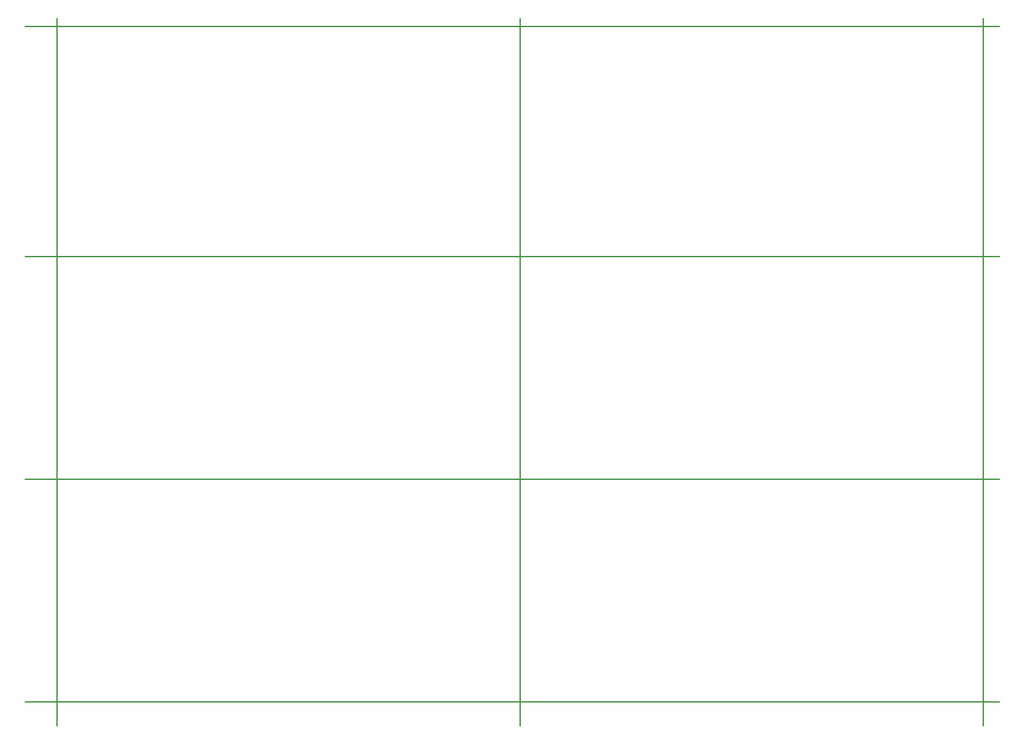
<source format=gbr>
%FSLAX46Y46*%
%MOMM*%
%ADD10C,0.150000*%
G01*
D10*
X4000000Y0D02*
X4000000Y88238000D01*
X61746000Y0D02*
X61746000Y88238000D01*
X119492000Y0D02*
X119492000Y88238000D01*
X0Y3000000D02*
X121492000Y3000000D01*
X0Y30746000D02*
X121492000Y30746000D01*
X0Y58492000D02*
X121492000Y58492000D01*
X0Y87238000D02*
X121492000Y87238000D01*
M02*
</source>
